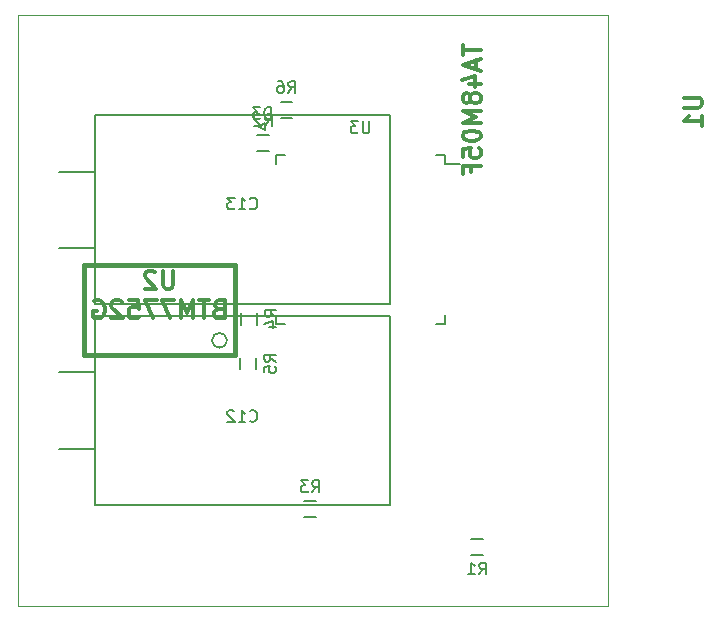
<source format=gbr>
G04 #@! TF.FileFunction,Legend,Bot*
%FSLAX46Y46*%
G04 Gerber Fmt 4.6, Leading zero omitted, Abs format (unit mm)*
G04 Created by KiCad (PCBNEW (2015-07-11 BZR 5925, Git c291b88)-product) date 2015/08/03 22:31:36*
%MOMM*%
G01*
G04 APERTURE LIST*
%ADD10C,0.100000*%
%ADD11C,0.150000*%
%ADD12C,0.381000*%
%ADD13C,0.304800*%
G04 APERTURE END LIST*
D10*
X100000000Y-100000000D02*
X150000000Y-100000000D01*
X150000000Y-50000000D02*
X100000000Y-50000000D01*
X145000000Y-50000000D02*
X144000000Y-50000000D01*
X150000000Y-50000000D02*
X150000000Y-100000000D01*
X100000000Y-50000000D02*
X100000000Y-100000000D01*
D11*
X139400000Y-94325000D02*
X138400000Y-94325000D01*
X138400000Y-95675000D02*
X139400000Y-95675000D01*
X120250000Y-61525000D02*
X121250000Y-61525000D01*
X121250000Y-60175000D02*
X120250000Y-60175000D01*
X117715000Y-77540000D02*
G75*
G03X117715000Y-77540000I-635000J0D01*
G01*
D12*
X118400800Y-71200160D02*
X105599200Y-71200160D01*
X105599200Y-71200160D02*
X105599200Y-78799840D01*
X105599200Y-78799840D02*
X118400800Y-78799840D01*
X118400800Y-78799840D02*
X118400800Y-71200160D01*
D11*
X136175000Y-61825000D02*
X136175000Y-62625000D01*
X121825000Y-61825000D02*
X121825000Y-62625000D01*
X121825000Y-76175000D02*
X121825000Y-75375000D01*
X136175000Y-76175000D02*
X136175000Y-75375000D01*
X136175000Y-61825000D02*
X135375000Y-61825000D01*
X136175000Y-76175000D02*
X135375000Y-76175000D01*
X121825000Y-76175000D02*
X122625000Y-76175000D01*
X121825000Y-61825000D02*
X122625000Y-61825000D01*
X136175000Y-62625000D02*
X137450000Y-62625000D01*
X124250000Y-92525000D02*
X125250000Y-92525000D01*
X125250000Y-91175000D02*
X124250000Y-91175000D01*
X118875000Y-75200000D02*
X118875000Y-76200000D01*
X120225000Y-76200000D02*
X120225000Y-75200000D01*
X118825000Y-79000000D02*
X118825000Y-80000000D01*
X120175000Y-80000000D02*
X120175000Y-79000000D01*
X122250000Y-58725000D02*
X123250000Y-58725000D01*
X123250000Y-57375000D02*
X122250000Y-57375000D01*
X106500000Y-86750000D02*
X103500000Y-86750000D01*
X106500000Y-80250000D02*
X103500000Y-80250000D01*
X106500000Y-75500000D02*
X131500000Y-75500000D01*
X131500000Y-75500000D02*
X131500000Y-91500000D01*
X131500000Y-91500000D02*
X106500000Y-91500000D01*
X106500000Y-91500000D02*
X106500000Y-75500000D01*
X106500000Y-63250000D02*
X103500000Y-63250000D01*
X106500000Y-69750000D02*
X103500000Y-69750000D01*
X106500000Y-74500000D02*
X131500000Y-74500000D01*
X131500000Y-74500000D02*
X131500000Y-58500000D01*
X131500000Y-58500000D02*
X106500000Y-58500000D01*
X106500000Y-58500000D02*
X106500000Y-74500000D01*
X120900000Y-59750000D02*
X120900000Y-59150000D01*
X120900000Y-59150000D02*
X120400000Y-59450000D01*
X120400000Y-59450000D02*
X120900000Y-59750000D01*
X139066666Y-97352381D02*
X139400000Y-96876190D01*
X139638095Y-97352381D02*
X139638095Y-96352381D01*
X139257142Y-96352381D01*
X139161904Y-96400000D01*
X139114285Y-96447619D01*
X139066666Y-96542857D01*
X139066666Y-96685714D01*
X139114285Y-96780952D01*
X139161904Y-96828571D01*
X139257142Y-96876190D01*
X139638095Y-96876190D01*
X138114285Y-97352381D02*
X138685714Y-97352381D01*
X138400000Y-97352381D02*
X138400000Y-96352381D01*
X138495238Y-96495238D01*
X138590476Y-96590476D01*
X138685714Y-96638095D01*
X120916666Y-59402381D02*
X121250000Y-58926190D01*
X121488095Y-59402381D02*
X121488095Y-58402381D01*
X121107142Y-58402381D01*
X121011904Y-58450000D01*
X120964285Y-58497619D01*
X120916666Y-58592857D01*
X120916666Y-58735714D01*
X120964285Y-58830952D01*
X121011904Y-58878571D01*
X121107142Y-58926190D01*
X121488095Y-58926190D01*
X120535714Y-58497619D02*
X120488095Y-58450000D01*
X120392857Y-58402381D01*
X120154761Y-58402381D01*
X120059523Y-58450000D01*
X120011904Y-58497619D01*
X119964285Y-58592857D01*
X119964285Y-58688095D01*
X120011904Y-58830952D01*
X120583333Y-59402381D01*
X119964285Y-59402381D01*
D13*
X113171303Y-71645749D02*
X113171303Y-72879463D01*
X113098731Y-73024606D01*
X113026160Y-73097177D01*
X112881017Y-73169749D01*
X112590731Y-73169749D01*
X112445589Y-73097177D01*
X112373017Y-73024606D01*
X112300446Y-72879463D01*
X112300446Y-71645749D01*
X111647303Y-71790891D02*
X111574732Y-71718320D01*
X111429589Y-71645749D01*
X111066732Y-71645749D01*
X110921589Y-71718320D01*
X110849018Y-71790891D01*
X110776446Y-71936034D01*
X110776446Y-72081177D01*
X110849018Y-72298891D01*
X111719875Y-73169749D01*
X110776446Y-73169749D01*
X117007429Y-74891143D02*
X116789715Y-74963714D01*
X116717143Y-75036286D01*
X116644572Y-75181429D01*
X116644572Y-75399143D01*
X116717143Y-75544286D01*
X116789715Y-75616857D01*
X116934857Y-75689429D01*
X117515429Y-75689429D01*
X117515429Y-74165429D01*
X117007429Y-74165429D01*
X116862286Y-74238000D01*
X116789715Y-74310571D01*
X116717143Y-74455714D01*
X116717143Y-74600857D01*
X116789715Y-74746000D01*
X116862286Y-74818571D01*
X117007429Y-74891143D01*
X117515429Y-74891143D01*
X116209143Y-74165429D02*
X115338286Y-74165429D01*
X115773715Y-75689429D02*
X115773715Y-74165429D01*
X114830286Y-75689429D02*
X114830286Y-74165429D01*
X114322286Y-75254000D01*
X113814286Y-74165429D01*
X113814286Y-75689429D01*
X113233715Y-74165429D02*
X112217715Y-74165429D01*
X112870858Y-75689429D01*
X111782286Y-74165429D02*
X110766286Y-74165429D01*
X111419429Y-75689429D01*
X109460000Y-74165429D02*
X110185714Y-74165429D01*
X110258285Y-74891143D01*
X110185714Y-74818571D01*
X110040571Y-74746000D01*
X109677714Y-74746000D01*
X109532571Y-74818571D01*
X109460000Y-74891143D01*
X109387428Y-75036286D01*
X109387428Y-75399143D01*
X109460000Y-75544286D01*
X109532571Y-75616857D01*
X109677714Y-75689429D01*
X110040571Y-75689429D01*
X110185714Y-75616857D01*
X110258285Y-75544286D01*
X108806856Y-74310571D02*
X108734285Y-74238000D01*
X108589142Y-74165429D01*
X108226285Y-74165429D01*
X108081142Y-74238000D01*
X108008571Y-74310571D01*
X107935999Y-74455714D01*
X107935999Y-74600857D01*
X108008571Y-74818571D01*
X108879428Y-75689429D01*
X107935999Y-75689429D01*
X106484570Y-74238000D02*
X106629713Y-74165429D01*
X106847427Y-74165429D01*
X107065142Y-74238000D01*
X107210284Y-74383143D01*
X107282856Y-74528286D01*
X107355427Y-74818571D01*
X107355427Y-75036286D01*
X107282856Y-75326571D01*
X107210284Y-75471714D01*
X107065142Y-75616857D01*
X106847427Y-75689429D01*
X106702284Y-75689429D01*
X106484570Y-75616857D01*
X106411999Y-75544286D01*
X106411999Y-75036286D01*
X106702284Y-75036286D01*
D11*
X129761905Y-59002381D02*
X129761905Y-59811905D01*
X129714286Y-59907143D01*
X129666667Y-59954762D01*
X129571429Y-60002381D01*
X129380952Y-60002381D01*
X129285714Y-59954762D01*
X129238095Y-59907143D01*
X129190476Y-59811905D01*
X129190476Y-59002381D01*
X128809524Y-59002381D02*
X128190476Y-59002381D01*
X128523810Y-59383333D01*
X128380952Y-59383333D01*
X128285714Y-59430952D01*
X128238095Y-59478571D01*
X128190476Y-59573810D01*
X128190476Y-59811905D01*
X128238095Y-59907143D01*
X128285714Y-59954762D01*
X128380952Y-60002381D01*
X128666667Y-60002381D01*
X128761905Y-59954762D01*
X128809524Y-59907143D01*
D13*
X156375429Y-56988857D02*
X157609143Y-56988857D01*
X157754286Y-57061429D01*
X157826857Y-57134000D01*
X157899429Y-57279143D01*
X157899429Y-57569429D01*
X157826857Y-57714571D01*
X157754286Y-57787143D01*
X157609143Y-57859714D01*
X156375429Y-57859714D01*
X157899429Y-59383714D02*
X157899429Y-58512857D01*
X157899429Y-58948285D02*
X156375429Y-58948285D01*
X156593143Y-58803142D01*
X156738286Y-58658000D01*
X156810857Y-58512857D01*
X137675429Y-52534571D02*
X137675429Y-53405428D01*
X139199429Y-52969999D02*
X137675429Y-52969999D01*
X138764000Y-53840857D02*
X138764000Y-54566571D01*
X139199429Y-53695714D02*
X137675429Y-54203714D01*
X139199429Y-54711714D01*
X138183429Y-55872857D02*
X139199429Y-55872857D01*
X137602857Y-55510000D02*
X138691429Y-55147143D01*
X138691429Y-56090571D01*
X138328571Y-56888857D02*
X138256000Y-56743715D01*
X138183429Y-56671143D01*
X138038286Y-56598572D01*
X137965714Y-56598572D01*
X137820571Y-56671143D01*
X137748000Y-56743715D01*
X137675429Y-56888857D01*
X137675429Y-57179143D01*
X137748000Y-57324286D01*
X137820571Y-57396857D01*
X137965714Y-57469429D01*
X138038286Y-57469429D01*
X138183429Y-57396857D01*
X138256000Y-57324286D01*
X138328571Y-57179143D01*
X138328571Y-56888857D01*
X138401143Y-56743715D01*
X138473714Y-56671143D01*
X138618857Y-56598572D01*
X138909143Y-56598572D01*
X139054286Y-56671143D01*
X139126857Y-56743715D01*
X139199429Y-56888857D01*
X139199429Y-57179143D01*
X139126857Y-57324286D01*
X139054286Y-57396857D01*
X138909143Y-57469429D01*
X138618857Y-57469429D01*
X138473714Y-57396857D01*
X138401143Y-57324286D01*
X138328571Y-57179143D01*
X139199429Y-58122572D02*
X137675429Y-58122572D01*
X138764000Y-58630572D01*
X137675429Y-59138572D01*
X139199429Y-59138572D01*
X137675429Y-60154572D02*
X137675429Y-60299715D01*
X137748000Y-60444858D01*
X137820571Y-60517429D01*
X137965714Y-60590000D01*
X138256000Y-60662572D01*
X138618857Y-60662572D01*
X138909143Y-60590000D01*
X139054286Y-60517429D01*
X139126857Y-60444858D01*
X139199429Y-60299715D01*
X139199429Y-60154572D01*
X139126857Y-60009429D01*
X139054286Y-59936858D01*
X138909143Y-59864286D01*
X138618857Y-59791715D01*
X138256000Y-59791715D01*
X137965714Y-59864286D01*
X137820571Y-59936858D01*
X137748000Y-60009429D01*
X137675429Y-60154572D01*
X137675429Y-62041429D02*
X137675429Y-61315715D01*
X138401143Y-61243144D01*
X138328571Y-61315715D01*
X138256000Y-61460858D01*
X138256000Y-61823715D01*
X138328571Y-61968858D01*
X138401143Y-62041429D01*
X138546286Y-62114001D01*
X138909143Y-62114001D01*
X139054286Y-62041429D01*
X139126857Y-61968858D01*
X139199429Y-61823715D01*
X139199429Y-61460858D01*
X139126857Y-61315715D01*
X139054286Y-61243144D01*
X138401143Y-63275144D02*
X138401143Y-62767144D01*
X139199429Y-62767144D02*
X137675429Y-62767144D01*
X137675429Y-63492858D01*
D11*
X124916666Y-90402381D02*
X125250000Y-89926190D01*
X125488095Y-90402381D02*
X125488095Y-89402381D01*
X125107142Y-89402381D01*
X125011904Y-89450000D01*
X124964285Y-89497619D01*
X124916666Y-89592857D01*
X124916666Y-89735714D01*
X124964285Y-89830952D01*
X125011904Y-89878571D01*
X125107142Y-89926190D01*
X125488095Y-89926190D01*
X124583333Y-89402381D02*
X123964285Y-89402381D01*
X124297619Y-89783333D01*
X124154761Y-89783333D01*
X124059523Y-89830952D01*
X124011904Y-89878571D01*
X123964285Y-89973810D01*
X123964285Y-90211905D01*
X124011904Y-90307143D01*
X124059523Y-90354762D01*
X124154761Y-90402381D01*
X124440476Y-90402381D01*
X124535714Y-90354762D01*
X124583333Y-90307143D01*
X121902381Y-75533334D02*
X121426190Y-75200000D01*
X121902381Y-74961905D02*
X120902381Y-74961905D01*
X120902381Y-75342858D01*
X120950000Y-75438096D01*
X120997619Y-75485715D01*
X121092857Y-75533334D01*
X121235714Y-75533334D01*
X121330952Y-75485715D01*
X121378571Y-75438096D01*
X121426190Y-75342858D01*
X121426190Y-74961905D01*
X121235714Y-76390477D02*
X121902381Y-76390477D01*
X120854762Y-76152381D02*
X121569048Y-75914286D01*
X121569048Y-76533334D01*
X121852381Y-79333334D02*
X121376190Y-79000000D01*
X121852381Y-78761905D02*
X120852381Y-78761905D01*
X120852381Y-79142858D01*
X120900000Y-79238096D01*
X120947619Y-79285715D01*
X121042857Y-79333334D01*
X121185714Y-79333334D01*
X121280952Y-79285715D01*
X121328571Y-79238096D01*
X121376190Y-79142858D01*
X121376190Y-78761905D01*
X120852381Y-80238096D02*
X120852381Y-79761905D01*
X121328571Y-79714286D01*
X121280952Y-79761905D01*
X121233333Y-79857143D01*
X121233333Y-80095239D01*
X121280952Y-80190477D01*
X121328571Y-80238096D01*
X121423810Y-80285715D01*
X121661905Y-80285715D01*
X121757143Y-80238096D01*
X121804762Y-80190477D01*
X121852381Y-80095239D01*
X121852381Y-79857143D01*
X121804762Y-79761905D01*
X121757143Y-79714286D01*
X122916666Y-56602381D02*
X123250000Y-56126190D01*
X123488095Y-56602381D02*
X123488095Y-55602381D01*
X123107142Y-55602381D01*
X123011904Y-55650000D01*
X122964285Y-55697619D01*
X122916666Y-55792857D01*
X122916666Y-55935714D01*
X122964285Y-56030952D01*
X123011904Y-56078571D01*
X123107142Y-56126190D01*
X123488095Y-56126190D01*
X122059523Y-55602381D02*
X122250000Y-55602381D01*
X122345238Y-55650000D01*
X122392857Y-55697619D01*
X122488095Y-55840476D01*
X122535714Y-56030952D01*
X122535714Y-56411905D01*
X122488095Y-56507143D01*
X122440476Y-56554762D01*
X122345238Y-56602381D01*
X122154761Y-56602381D01*
X122059523Y-56554762D01*
X122011904Y-56507143D01*
X121964285Y-56411905D01*
X121964285Y-56173810D01*
X122011904Y-56078571D01*
X122059523Y-56030952D01*
X122154761Y-55983333D01*
X122345238Y-55983333D01*
X122440476Y-56030952D01*
X122488095Y-56078571D01*
X122535714Y-56173810D01*
X119642857Y-84357143D02*
X119690476Y-84404762D01*
X119833333Y-84452381D01*
X119928571Y-84452381D01*
X120071429Y-84404762D01*
X120166667Y-84309524D01*
X120214286Y-84214286D01*
X120261905Y-84023810D01*
X120261905Y-83880952D01*
X120214286Y-83690476D01*
X120166667Y-83595238D01*
X120071429Y-83500000D01*
X119928571Y-83452381D01*
X119833333Y-83452381D01*
X119690476Y-83500000D01*
X119642857Y-83547619D01*
X118690476Y-84452381D02*
X119261905Y-84452381D01*
X118976191Y-84452381D02*
X118976191Y-83452381D01*
X119071429Y-83595238D01*
X119166667Y-83690476D01*
X119261905Y-83738095D01*
X118309524Y-83547619D02*
X118261905Y-83500000D01*
X118166667Y-83452381D01*
X117928571Y-83452381D01*
X117833333Y-83500000D01*
X117785714Y-83547619D01*
X117738095Y-83642857D01*
X117738095Y-83738095D01*
X117785714Y-83880952D01*
X118357143Y-84452381D01*
X117738095Y-84452381D01*
X119642857Y-66357143D02*
X119690476Y-66404762D01*
X119833333Y-66452381D01*
X119928571Y-66452381D01*
X120071429Y-66404762D01*
X120166667Y-66309524D01*
X120214286Y-66214286D01*
X120261905Y-66023810D01*
X120261905Y-65880952D01*
X120214286Y-65690476D01*
X120166667Y-65595238D01*
X120071429Y-65500000D01*
X119928571Y-65452381D01*
X119833333Y-65452381D01*
X119690476Y-65500000D01*
X119642857Y-65547619D01*
X118690476Y-66452381D02*
X119261905Y-66452381D01*
X118976191Y-66452381D02*
X118976191Y-65452381D01*
X119071429Y-65595238D01*
X119166667Y-65690476D01*
X119261905Y-65738095D01*
X118357143Y-65452381D02*
X117738095Y-65452381D01*
X118071429Y-65833333D01*
X117928571Y-65833333D01*
X117833333Y-65880952D01*
X117785714Y-65928571D01*
X117738095Y-66023810D01*
X117738095Y-66261905D01*
X117785714Y-66357143D01*
X117833333Y-66404762D01*
X117928571Y-66452381D01*
X118214286Y-66452381D01*
X118309524Y-66404762D01*
X118357143Y-66357143D01*
X121438095Y-58802381D02*
X121438095Y-57802381D01*
X121200000Y-57802381D01*
X121057142Y-57850000D01*
X120961904Y-57945238D01*
X120914285Y-58040476D01*
X120866666Y-58230952D01*
X120866666Y-58373810D01*
X120914285Y-58564286D01*
X120961904Y-58659524D01*
X121057142Y-58754762D01*
X121200000Y-58802381D01*
X121438095Y-58802381D01*
X120533333Y-57802381D02*
X119914285Y-57802381D01*
X120247619Y-58183333D01*
X120104761Y-58183333D01*
X120009523Y-58230952D01*
X119961904Y-58278571D01*
X119914285Y-58373810D01*
X119914285Y-58611905D01*
X119961904Y-58707143D01*
X120009523Y-58754762D01*
X120104761Y-58802381D01*
X120390476Y-58802381D01*
X120485714Y-58754762D01*
X120533333Y-58707143D01*
M02*

</source>
